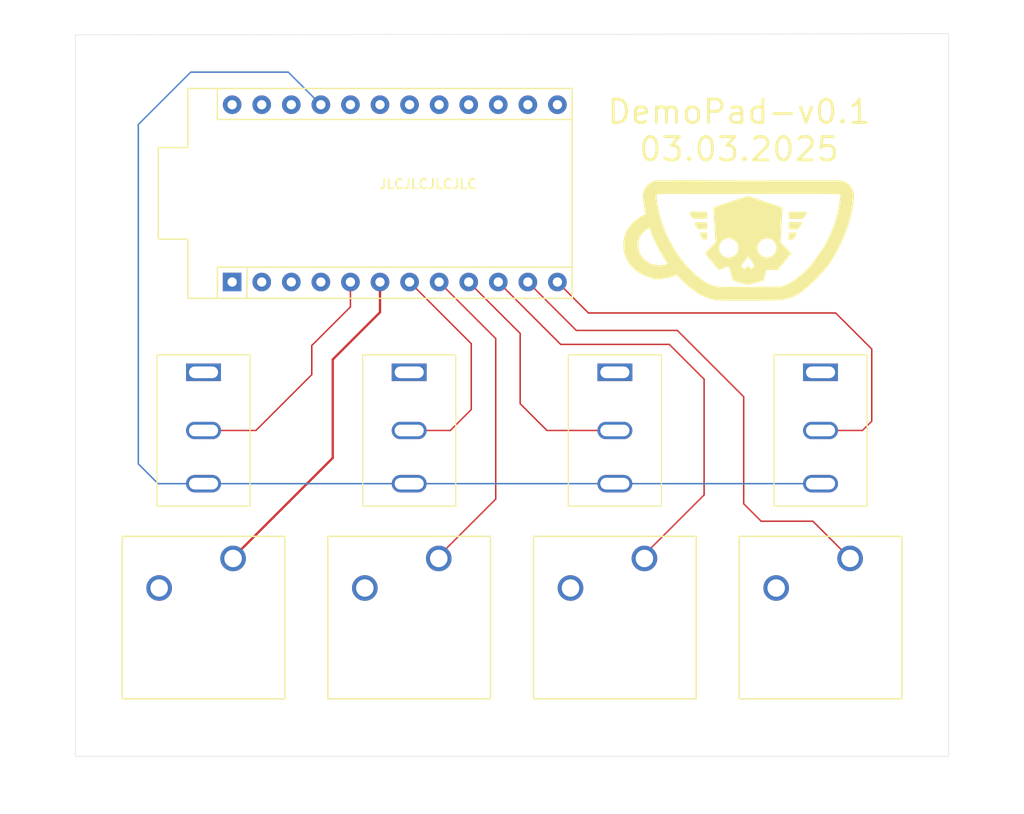
<source format=kicad_pcb>
(kicad_pcb (version 20241229) (generator "pcbnew") (generator_version "9.0")
  (layers (0 "F.Cu" signal) (4 "In1.Cu" signal) (6 "In2.Cu" signal) (2 "B.Cu" signal) (13 "F.Paste" user) (15 "B.Paste" user) (5 "F.SilkS" user "F.Silkscreen") (7 "B.SilkS" user "B.Silkscreen") (1 "F.Mask" user) (3 "B.Mask" user) (25 "Edge.Cuts" user))
  (net 0 "")
  (net 1 "GND")
  (net 2 "+5V")
  (net 3 "Net-(SW2-B)")
  (net 4 "Net-(SW3-B)")
  (net 5 "Net-(SW4-B)")
  (net 6 "Net-(SW5-B)")
  (net 7 "Net-(U1-D7)")
  (net 8 "Net-(U1-D8{slash}A8)")
  (net 9 "Net-(U1-~D5)")
  (net 10 "Net-(U1-~D3)")
  (footprint "Arduino:Sparkfun_Pro_Micro" (layer "F.Cu") (at 147.4 59 -90)
    (property "Reference" "U1" (hide yes))
    (property "Value" "Sparkfun_Pro_Micro")
    (pad "1" thru_hole rect (at 15.24 27.94 270) (size 1.6 1.6) (drill 0.8) (layers "*.Cu" "*.Mask"))
    (pad "2" thru_hole oval (at 15.24 25.4 270) (size 1.6 1.6) (drill 0.8) (layers "*.Cu" "*.Mask"))
    (pad "3" thru_hole oval (at 15.24 22.86 270) (size 1.6 1.6) (drill 0.8) (layers "*.Cu" "*.Mask") (net 1 "GND"))
    (pad "4" thru_hole oval (at 15.24 20.32 270) (size 1.6 1.6) (drill 0.8) (layers "*.Cu" "*.Mask") (net 1 "GND"))
    (pad "5" thru_hole oval (at 15.24 17.78 270) (size 1.6 1.6) (drill 0.8) (layers "*.Cu" "*.Mask") (net 5 "Net-(SW4-B)"))
    (pad "6" thru_hole oval (at 15.24 15.24 270) (size 1.6 1.6) (drill 0.8) (layers "*.Cu" "*.Mask") (net 10 "Net-(U1-~D3)"))
    (pad "7" thru_hole oval (at 15.24 12.7 270) (size 1.6 1.6) (drill 0.8) (layers "*.Cu" "*.Mask") (net 4 "Net-(SW3-B)"))
    (pad "8" thru_hole oval (at 15.24 10.16 270) (size 1.6 1.6) (drill 0.8) (layers "*.Cu" "*.Mask") (net 9 "Net-(U1-~D5)"))
    (pad "9" thru_hole oval (at 15.24 7.62 270) (size 1.6 1.6) (drill 0.8) (layers "*.Cu" "*.Mask") (net 3 "Net-(SW2-B)"))
    (pad "10" thru_hole oval (at 15.24 5.08 270) (size 1.6 1.6) (drill 0.8) (layers "*.Cu" "*.Mask") (net 7 "Net-(U1-D7)"))
    (pad "11" thru_hole oval (at 15.24 2.54 270) (size 1.6 1.6) (drill 0.8) (layers "*.Cu" "*.Mask") (net 8 "Net-(U1-D8{slash}A8)"))
    (pad "12" thru_hole oval (at 15.24 0 270) (size 1.6 1.6) (drill 0.8) (layers "*.Cu" "*.Mask") (net 6 "Net-(SW5-B)"))
    (pad "13" thru_hole oval (at 0 0 270) (size 1.6 1.6) (drill 0.8) (layers "*.Cu" "*.Mask"))
    (pad "14" thru_hole oval (at 0 2.54 270) (size 1.6 1.6) (drill 0.8) (layers "*.Cu" "*.Mask"))
    (pad "15" thru_hole oval (at 0 5.08 270) (size 1.6 1.6) (drill 0.8) (layers "*.Cu" "*.Mask"))
    (pad "16" thru_hole oval (at 0 7.62 270) (size 1.6 1.6) (drill 0.8) (layers "*.Cu" "*.Mask"))
    (pad "17" thru_hole oval (at 0 10.16 270) (size 1.6 1.6) (drill 0.8) (layers "*.Cu" "*.Mask"))
    (pad "18" thru_hole oval (at 0 12.7 270) (size 1.6 1.6) (drill 0.8) (layers "*.Cu" "*.Mask"))
    (pad "19" thru_hole oval (at 0 15.24 270) (size 1.6 1.6) (drill 0.8) (layers "*.Cu" "*.Mask"))
    (pad "20" thru_hole oval (at 0 17.78 270) (size 1.6 1.6) (drill 0.8) (layers "*.Cu" "*.Mask"))
    (pad "21" thru_hole oval (at 0 20.32 270) (size 1.6 1.6) (drill 0.8) (layers "*.Cu" "*.Mask") (net 2 "+5V"))
    (pad "22" thru_hole oval (at 0 22.86 270) (size 1.6 1.6) (drill 0.8) (layers "*.Cu" "*.Mask"))
    (pad "23" thru_hole oval (at 0 25.4 270) (size 1.6 1.6) (drill 0.8) (layers "*.Cu" "*.Mask") (net 1 "GND"))
    (pad "24" thru_hole oval (at 0 27.94 270) (size 1.6 1.6) (drill 0.8) (layers "*.Cu" "*.Mask"))
  )
  (footprint "Button_Switch_Keyboard:SW_Cherry_MX_1.50u_Plate" (layer "F.Cu") (at 119.54 98)
    (property "Reference" "SW11" (hide yes))
    (property "Value" "SW_Push" (hide yes))
    (pad "" np_thru_hole circle (at -2.54 5.08) (size 4 4) (drill 4) (layers "*.Cu" "*.Mask"))
    (pad "1" thru_hole circle (at 0 0) (size 2.2 2.2) (drill 1.5) (layers "*.Cu" "*.Mask") (net 10 "Net-(U1-~D3)"))
    (pad "2" thru_hole circle (at -6.35 2.54) (size 2.2 2.2) (drill 1.5) (layers "*.Cu" "*.Mask") (net 1 "GND"))
  )
  (footprint "Button_Switch_Keyboard:SW_Cherry_MX_1.50u_Plate" (layer "F.Cu") (at 154.873333 98)
    (property "Reference" "SW8" (hide yes))
    (property "Value" "SW_Push" (hide yes))
    (pad "" np_thru_hole circle (at -2.54 5.08) (size 4 4) (drill 4) (layers "*.Cu" "*.Mask"))
    (pad "1" thru_hole circle (at 0 0) (size 2.2 2.2) (drill 1.5) (layers "*.Cu" "*.Mask") (net 7 "Net-(U1-D7)"))
    (pad "2" thru_hole circle (at -6.35 2.54) (size 2.2 2.2) (drill 1.5) (layers "*.Cu" "*.Mask") (net 1 "GND"))
  )
  (footprint "MountingHole:MountingHole_2.2mm_M2" (layer "F.Cu") (at 178 112)
    (property "Reference" "REF**" (hide yes))
    (property "Value" "MountingHole_2.2mm_M2")
    (pad "" np_thru_hole circle (at 0 0) (size 2.2 2.2) (drill 2.2) (layers "*.Cu" "*.Mask"))
  )
  (footprint "AEDIKO-Micro-Toggle-Switch-3-Pin-SPDT-on-on:spdt-on-on-micro-toggle-switch" (layer "F.Cu") (at 152.333333 87 -90)
    (property "Reference" "SW2" (hide yes))
    (property "Value" "SW_SPDT")
    (pad "1" thru_hole rect (at -5 0 270) (size 1.5 3) (drill oval 1 2.5) (layers "*.Cu" "*.Mask") (net 1 "GND") (padstack (mode front_inner_back) (layer "Inner" (shape rect) (size 1.5 3)) (layer "B.Cu" (shape rect) (size 1.5 3))))
    (pad "2" thru_hole oval (at 0 0 270) (size 1.5 3) (drill oval 1 2.5) (layers "*.Cu" "*.Mask") (net 3 "Net-(SW2-B)") (padstack (mode front_inner_back) (layer "Inner" (shape oval) (size 1.5 3)) (layer "B.Cu" (shape oval) (size 1.5 3))))
    (pad "3" thru_hole oval (at 4.572 0 270) (size 1.5 3) (drill oval 1 2.5) (layers "*.Cu" "*.Mask") (net 2 "+5V") (padstack (mode front_inner_back) (layer "Inner" (shape oval) (size 1.5 3)) (layer "B.Cu" (shape oval) (size 1.5 3))))
  )
  (footprint "MountingHole:MountingHole_2.2mm_M2" (layer "F.Cu") (at 109 56)
    (property "Reference" "REF**" (hide yes))
    (property "Value" "MountingHole_2.2mm_M2")
    (pad "" np_thru_hole circle (at 0 0) (size 2.2 2.2) (drill 2.2) (layers "*.Cu" "*.Mask"))
  )
  (footprint "MountingHole:MountingHole_2.2mm_M2" (layer "F.Cu") (at 177 56)
    (property "Reference" "REF**" (hide yes))
    (property "Value" "MountingHole_2.2mm_M2")
    (pad "" np_thru_hole circle (at 0 0) (size 2.2 2.2) (drill 2.2) (layers "*.Cu" "*.Mask"))
  )
  (footprint "LOGO" (layer "F.Cu") (at 163 70.6)
    (property "Reference" "G***" (hide yes))
    (property "Value" "LOGO" (hide yes))
  )
  (footprint "Button_Switch_Keyboard:SW_Cherry_MX_1.50u_Plate" (layer "F.Cu") (at 172.54 98)
    (property "Reference" "SW9" (hide yes))
    (property "Value" "SW_Push" (hide yes))
    (pad "" np_thru_hole circle (at -2.54 5.08) (size 4 4) (drill 4) (layers "*.Cu" "*.Mask"))
    (pad "1" thru_hole circle (at 0 0) (size 2.2 2.2) (drill 1.5) (layers "*.Cu" "*.Mask") (net 8 "Net-(U1-D8{slash}A8)"))
    (pad "2" thru_hole circle (at -6.35 2.54) (size 2.2 2.2) (drill 1.5) (layers "*.Cu" "*.Mask") (net 1 "GND"))
  )
  (footprint "AEDIKO-Micro-Toggle-Switch-3-Pin-SPDT-on-on:spdt-on-on-micro-toggle-switch" (layer "F.Cu") (at 117 87 -90)
    (property "Reference" "SW4" (hide yes))
    (property "Value" "SW_SPDT")
    (pad "1" thru_hole rect (at -5 0 270) (size 1.5 3) (drill oval 1 2.5) (layers "*.Cu" "*.Mask") (net 1 "GND") (padstack (mode front_inner_back) (layer "Inner" (shape rect) (size 1.5 3)) (layer "B.Cu" (shape rect) (size 1.5 3))))
    (pad "2" thru_hole oval (at 0 0 270) (size 1.5 3) (drill oval 1 2.5) (layers "*.Cu" "*.Mask") (net 5 "Net-(SW4-B)") (padstack (mode front_inner_back) (layer "Inner" (shape oval) (size 1.5 3)) (layer "B.Cu" (shape oval) (size 1.5 3))))
    (pad "3" thru_hole oval (at 4.572 0 270) (size 1.5 3) (drill oval 1 2.5) (layers "*.Cu" "*.Mask") (net 2 "+5V") (padstack (mode front_inner_back) (layer "Inner" (shape oval) (size 1.5 3)) (layer "B.Cu" (shape oval) (size 1.5 3))))
  )
  (footprint "AEDIKO-Micro-Toggle-Switch-3-Pin-SPDT-on-on:spdt-on-on-micro-toggle-switch" (layer "F.Cu") (at 134.666667 87 -90)
    (property "Reference" "SW3" (hide yes))
    (property "Value" "SW_SPDT")
    (pad "1" thru_hole rect (at -5 0 270) (size 1.5 3) (drill oval 1 2.5) (layers "*.Cu" "*.Mask") (net 1 "GND") (padstack (mode front_inner_back) (layer "Inner" (shape rect) (size 1.5 3)) (layer "B.Cu" (shape rect) (size 1.5 3))))
    (pad "2" thru_hole oval (at 0 0 270) (size 1.5 3) (drill oval 1 2.5) (layers "*.Cu" "*.Mask") (net 4 "Net-(SW3-B)") (padstack (mode front_inner_back) (layer "Inner" (shape oval) (size 1.5 3)) (layer "B.Cu" (shape oval) (size 1.5 3))))
    (pad "3" thru_hole oval (at 4.572 0 270) (size 1.5 3) (drill oval 1 2.5) (layers "*.Cu" "*.Mask") (net 2 "+5V") (padstack (mode front_inner_back) (layer "Inner" (shape oval) (size 1.5 3)) (layer "B.Cu" (shape oval) (size 1.5 3))))
  )
  (footprint "MountingHole:MountingHole_2.2mm_M2" (layer "F.Cu") (at 109 112)
    (property "Reference" "REF**" (hide yes))
    (property "Value" "MountingHole_2.2mm_M2")
    (pad "" np_thru_hole circle (at 0 0) (size 2.2 2.2) (drill 2.2) (layers "*.Cu" "*.Mask"))
  )
  (footprint "Button_Switch_Keyboard:SW_Cherry_MX_1.50u_Plate" (layer "F.Cu") (at 137.206667 98)
    (property "Reference" "SW10" (hide yes))
    (property "Value" "SW_Push" (hide yes))
    (pad "" np_thru_hole circle (at -2.54 5.08) (size 4 4) (drill 4) (layers "*.Cu" "*.Mask"))
    (pad "1" thru_hole circle (at 0 0) (size 2.2 2.2) (drill 1.5) (layers "*.Cu" "*.Mask") (net 9 "Net-(U1-~D5)"))
    (pad "2" thru_hole circle (at -6.35 2.54) (size 2.2 2.2) (drill 1.5) (layers "*.Cu" "*.Mask") (net 1 "GND"))
  )
  (footprint "AEDIKO-Micro-Toggle-Switch-3-Pin-SPDT-on-on:spdt-on-on-micro-toggle-switch" (layer "F.Cu") (at 170 87 -90)
    (property "Reference" "SW5" (hide yes))
    (property "Value" "SW_SPDT")
    (pad "1" thru_hole rect (at -5 0 270) (size 1.5 3) (drill oval 1 2.5) (layers "*.Cu" "*.Mask") (net 1 "GND") (padstack (mode front_inner_back) (layer "Inner" (shape rect) (size 1.5 3)) (layer "B.Cu" (shape rect) (size 1.5 3))))
    (pad "2" thru_hole oval (at 0 0 270) (size 1.5 3) (drill oval 1 2.5) (layers "*.Cu" "*.Mask") (net 6 "Net-(SW5-B)") (padstack (mode front_inner_back) (layer "Inner" (shape oval) (size 1.5 3)) (layer "B.Cu" (shape oval) (size 1.5 3))))
    (pad "3" thru_hole oval (at 4.572 0 270) (size 1.5 3) (drill oval 1 2.5) (layers "*.Cu" "*.Mask") (net 2 "+5V") (padstack (mode front_inner_back) (layer "Inner" (shape oval) (size 1.5 3)) (layer "B.Cu" (shape oval) (size 1.5 3))))
  )
  (gr_line (start 181 115) (end 181 52.9) (stroke (width 0.0381)) (layer "Edge.Cuts"))
  (gr_line (start 106 53) (end 106 115) (stroke (width 0.0381)) (layer "Edge.Cuts"))
  (gr_line (start 106 115) (end 181 115) (stroke (width 0.0381)) (layer "Edge.Cuts"))
  (gr_line (start 106 53) (end 181 52.9) (stroke (width 0.0381)) (layer "Edge.Cuts"))
  (gr_text "DemoPad-v0.1\n03.03.2025" (at 163 64 0) (layer "F.SilkS") (effects (font (size 2 2) (thickness 0.25)) (justify bottom)))
  (gr_text "JLCJLCJLCJLC" (at 132 66.3 0) (layer "F.SilkS") (effects (font (size 0.8128 0.8128) (thickness 0.1524) (bold yes)) (justify left bottom)))
  (segment (start 111.4 89.872) (end 111.4 60.7) (width 0.127) (layer "B.Cu") (net 2))
  (segment (start 113.1 91.572) (end 111.4 89.872) (width 0.127) (layer "B.Cu") (net 2))
  (segment (start 134 91.572) (end 152 91.572) (width 0.127) (layer "B.Cu") (net 2))
  (segment (start 111.4 60.7) (end 115.9 56.2) (width 0.127) (layer "B.Cu") (net 2))
  (segment (start 115.9 56.2) (end 124.28 56.2) (width 0.127) (layer "B.Cu") (net 2))
  (segment (start 124.28 56.2) (end 127.08 59) (width 0.127) (layer "B.Cu") (net 2))
  (segment (start 117 91.572) (end 113.1 91.572) (width 0.127) (layer "B.Cu") (net 2))
  (segment (start 152 91.572) (end 169 91.572) (width 0.127) (layer "B.Cu") (net 2))
  (segment (start 117 91.572) (end 134 91.572) (width 0.127) (layer "B.Cu") (net 2))
  (segment (start 139.78 74.24) (end 144.2 78.66) (width 0.127) (layer "F.Cu") (net 3))
  (segment (start 144.2 78.66) (end 144.2 84.7) (width 0.127) (layer "F.Cu") (net 3))
  (segment (start 144.2 84.7) (end 146.5 87) (width 0.127) (layer "F.Cu") (net 3))
  (segment (start 146.5 87) (end 152 87) (width 0.127) (layer "F.Cu") (net 3))
  (segment (start 138.2 87) (end 140 85.2) (width 0.127) (layer "F.Cu") (net 4))
  (segment (start 140 85.2) (end 140 79.6) (width 0.127) (layer "F.Cu") (net 4))
  (segment (start 140 79.54) (end 134.7 74.24) (width 0.127) (layer "F.Cu") (net 4))
  (segment (start 140 79.6) (end 140 79.54) (width 0.127) (layer "F.Cu") (net 4))
  (segment (start 134 87) (end 138.2 87) (width 0.127) (layer "F.Cu") (net 4))
  (segment (start 129.62 76.38) (end 129.62 74.24) (width 0.127) (layer "F.Cu") (net 5))
  (segment (start 126.3 79.7) (end 129.62 76.38) (width 0.127) (layer "F.Cu") (net 5))
  (segment (start 121.5 87) (end 126.3 82.2) (width 0.127) (layer "F.Cu") (net 5))
  (segment (start 126.3 79.9) (end 126.3 79.7) (width 0.127) (layer "F.Cu") (net 5))
  (segment (start 126.3 82.2) (end 126.3 79.9) (width 0.127) (layer "F.Cu") (net 5))
  (segment (start 117 87) (end 121.5 87) (width 0.127) (layer "F.Cu") (net 5))
  (segment (start 171.3 76.9) (end 174.4 80) (width 0.127) (layer "F.Cu") (net 6))
  (segment (start 173.6 87) (end 169 87) (width 0.127) (layer "F.Cu") (net 6))
  (segment (start 174.4 80) (end 174.4 86.2) (width 0.127) (layer "F.Cu") (net 6))
  (segment (start 150.06 76.9) (end 171.3 76.9) (width 0.127) (layer "F.Cu") (net 6))
  (segment (start 174.4 86.2) (end 173.6 87) (width 0.127) (layer "F.Cu") (net 6))
  (segment (start 147.4 74.24) (end 150.06 76.9) (width 0.127) (layer "F.Cu") (net 6))
  (segment (start 160 92.54) (end 154.54 98) (width 0.127) (layer "F.Cu") (net 7))
  (segment (start 160 82.594537) (end 160 92.54) (width 0.127) (layer "F.Cu") (net 7))
  (segment (start 147.68 79.6) (end 157.005463 79.6) (width 0.127) (layer "F.Cu") (net 7))
  (segment (start 157.005463 79.6) (end 160 82.594537) (width 0.127) (layer "F.Cu") (net 7))
  (segment (start 142.32 74.24) (end 147.68 79.6) (width 0.127) (layer "F.Cu") (net 7))
  (segment (start 163.4 93.3) (end 163.4 84.1) (width 0.127) (layer "F.Cu") (net 8))
  (segment (start 164.9 94.8) (end 163.4 93.3) (width 0.127) (layer "F.Cu") (net 8))
  (segment (start 157.7 78.4) (end 163.4 84.1) (width 0.127) (layer "F.Cu") (net 8))
  (segment (start 149.02 78.4) (end 157.7 78.4) (width 0.127) (layer "F.Cu") (net 8))
  (segment (start 144.86 74.24) (end 149.02 78.4) (width 0.127) (layer "F.Cu") (net 8))
  (segment (start 169.34 94.8) (end 164.9 94.8) (width 0.127) (layer "F.Cu") (net 8))
  (segment (start 172.54 98) (end 169.34 94.8) (width 0.127) (layer "F.Cu") (net 8))
  (segment (start 142.1 92.9) (end 137 98) (width 0.127) (layer "F.Cu") (net 9))
  (segment (start 142.1 79.1) (end 142.1 92.9) (width 0.127) (layer "F.Cu") (net 9))
  (segment (start 137.24 74.24) (end 142.1 79.1) (width 0.127) (layer "F.Cu") (net 9))
  (segment (start 119.54 97.92) (end 128.1 89.36) (width 0.2) (layer "F.Cu") (net 10))
  (segment (start 128.1 80.9) (end 132.16 76.84) (width 0.2) (layer "F.Cu") (net 10))
  (segment (start 132.16 76.84) (end 132.16 74.24) (width 0.2) (layer "F.Cu") (net 10))
  (segment (start 128.1 89.36) (end 128.1 80.9) (width 0.2) (layer "F.Cu") (net 10))
)
</source>
